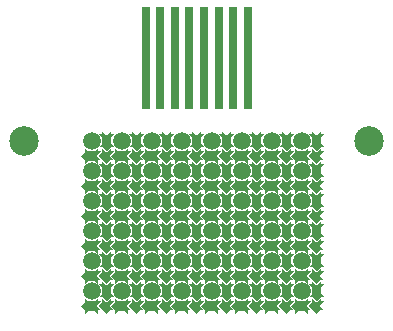
<source format=gts>
G04 DipTrace 5.1.0.1*
G04 TopMask.gts*
%MOIN*%
G04 #@! TF.FileFunction,Soldermask,Top*
G04 #@! TF.Part,Single*
%ADD16C,0.098425*%
%ADD19C,0.059055*%
%ADD21R,0.028346X0.338583*%
%FSLAX26Y26*%
G04*
G70*
G90*
G75*
G01*
G04 TopMask*
%LPD*%
D16*
X487402Y1041732D3*
X1637402D3*
D21*
X892126Y1317323D3*
X940945D3*
X989764D3*
X1038583D3*
X1087402D3*
X1136220D3*
X1185039D3*
X1233858D3*
G36*
X690748Y918138D2*
Y905343D1*
X677138Y891732D1*
X690748Y878122D1*
Y865327D1*
X701406Y875984D1*
X723398D1*
X734055Y865327D1*
Y876457D1*
X744831D1*
X729535Y891752D1*
X744735Y907402D1*
X734055D1*
Y918138D1*
X723398Y907480D1*
X701406D1*
X690748Y918138D1*
G37*
G36*
X734224Y891732D2*
X762402Y863555D1*
X774909Y876063D1*
X787744D1*
X772075Y891732D1*
X787705Y907362D1*
X778031D1*
Y917035D1*
X762402Y901406D1*
X746732Y917075D1*
Y904240D1*
X734224Y891732D1*
G37*
G36*
X735996Y920079D2*
X748791D1*
X762402Y906469D1*
X776012Y920079D1*
X788807D1*
X778150Y930736D1*
Y952728D1*
X788807Y963386D1*
X777677D1*
Y974161D1*
X762382Y958866D1*
X746732Y974066D1*
Y963386D1*
X735996D1*
X746654Y952728D1*
Y930736D1*
X735996Y920079D1*
G37*
G36*
X790748Y918138D2*
Y905343D1*
X777138Y891732D1*
X790748Y878122D1*
Y865327D1*
X801406Y875984D1*
X823398D1*
X834055Y865327D1*
Y876457D1*
X844831D1*
X829535Y891752D1*
X844735Y907402D1*
X834055D1*
Y918138D1*
X823398Y907480D1*
X801406D1*
X790748Y918138D1*
G37*
G36*
X834224Y891732D2*
X862402Y863555D1*
X874909Y876063D1*
X887744D1*
X872075Y891732D1*
X887705Y907362D1*
X878031D1*
Y917035D1*
X862402Y901406D1*
X846732Y917075D1*
Y904240D1*
X834224Y891732D1*
G37*
G36*
X835996Y920079D2*
X848791D1*
X862402Y906469D1*
X876012Y920079D1*
X888807D1*
X878150Y930736D1*
Y952728D1*
X888807Y963386D1*
X877677D1*
Y974161D1*
X862382Y958866D1*
X846732Y974066D1*
Y963386D1*
X835996D1*
X846654Y952728D1*
Y930736D1*
X835996Y920079D1*
G37*
G36*
X890748Y918138D2*
Y905343D1*
X877138Y891732D1*
X890748Y878122D1*
Y865327D1*
X901406Y875984D1*
X923398D1*
X934055Y865327D1*
Y876457D1*
X944831D1*
X929535Y891752D1*
X944735Y907402D1*
X934055D1*
Y918138D1*
X923398Y907480D1*
X901406D1*
X890748Y918138D1*
G37*
G36*
X934224Y891732D2*
X962402Y863555D1*
X974909Y876063D1*
X987744D1*
X972075Y891732D1*
X987705Y907362D1*
X978031D1*
Y917035D1*
X962402Y901406D1*
X946732Y917075D1*
Y904240D1*
X934224Y891732D1*
G37*
G36*
X935996Y920079D2*
X948791D1*
X962402Y906469D1*
X976012Y920079D1*
X988807D1*
X978150Y930736D1*
Y952728D1*
X988807Y963386D1*
X977677D1*
Y974161D1*
X962382Y958866D1*
X946732Y974066D1*
Y963386D1*
X935996D1*
X946654Y952728D1*
Y930736D1*
X935996Y920079D1*
G37*
G36*
X990748Y918138D2*
Y905343D1*
X977138Y891732D1*
X990748Y878122D1*
Y865327D1*
X1001406Y875984D1*
X1023398D1*
X1034055Y865327D1*
Y876457D1*
X1044831D1*
X1029535Y891752D1*
X1044735Y907402D1*
X1034055D1*
Y918138D1*
X1023398Y907480D1*
X1001406D1*
X990748Y918138D1*
G37*
G36*
X1034224Y891732D2*
X1062402Y863555D1*
X1074909Y876063D1*
X1087744D1*
X1072075Y891732D1*
X1087705Y907362D1*
X1078031D1*
Y917035D1*
X1062402Y901406D1*
X1046732Y917075D1*
Y904240D1*
X1034224Y891732D1*
G37*
G36*
X1035996Y920079D2*
X1048791D1*
X1062402Y906469D1*
X1076012Y920079D1*
X1088807D1*
X1078150Y930736D1*
Y952728D1*
X1088807Y963386D1*
X1077677D1*
Y974161D1*
X1062382Y958866D1*
X1046732Y974066D1*
Y963386D1*
X1035996D1*
X1046654Y952728D1*
Y930736D1*
X1035996Y920079D1*
G37*
G36*
X1090748Y918138D2*
Y905343D1*
X1077138Y891732D1*
X1090748Y878122D1*
Y865327D1*
X1101406Y875984D1*
X1123398D1*
X1134055Y865327D1*
Y876457D1*
X1144831D1*
X1129535Y891752D1*
X1144735Y907402D1*
X1134055D1*
Y918138D1*
X1123398Y907480D1*
X1101406D1*
X1090748Y918138D1*
G37*
G36*
X1134224Y891732D2*
X1162402Y863555D1*
X1174909Y876063D1*
X1187744D1*
X1172075Y891732D1*
X1187705Y907362D1*
X1178031D1*
Y917035D1*
X1162402Y901406D1*
X1146732Y917075D1*
Y904240D1*
X1134224Y891732D1*
G37*
G36*
X1135996Y920079D2*
X1148791D1*
X1162402Y906469D1*
X1176012Y920079D1*
X1188807D1*
X1178150Y930736D1*
Y952728D1*
X1188807Y963386D1*
X1177677D1*
Y974161D1*
X1162382Y958866D1*
X1146732Y974066D1*
Y963386D1*
X1135996D1*
X1146654Y952728D1*
Y930736D1*
X1135996Y920079D1*
G37*
G36*
X1190748Y918138D2*
Y905343D1*
X1177138Y891732D1*
X1190748Y878122D1*
Y865327D1*
X1201406Y875984D1*
X1223398D1*
X1234055Y865327D1*
Y876457D1*
X1244831D1*
X1229535Y891752D1*
X1244735Y907402D1*
X1234055D1*
Y918138D1*
X1223398Y907480D1*
X1201406D1*
X1190748Y918138D1*
G37*
G36*
X1234224Y891732D2*
X1262402Y863555D1*
X1274909Y876063D1*
X1287744D1*
X1272075Y891732D1*
X1287705Y907362D1*
X1278031D1*
Y917035D1*
X1262402Y901406D1*
X1246732Y917075D1*
Y904240D1*
X1234224Y891732D1*
G37*
G36*
X1235996Y920079D2*
X1248791D1*
X1262402Y906469D1*
X1276012Y920079D1*
X1288807D1*
X1278150Y930736D1*
Y952728D1*
X1288807Y963386D1*
X1277677D1*
Y974161D1*
X1262382Y958866D1*
X1246732Y974066D1*
Y963386D1*
X1235996D1*
X1246654Y952728D1*
Y930736D1*
X1235996Y920079D1*
G37*
G36*
X1290748Y918138D2*
Y905343D1*
X1277138Y891732D1*
X1290748Y878122D1*
Y865327D1*
X1301406Y875984D1*
X1323398D1*
X1334055Y865327D1*
Y876457D1*
X1344831D1*
X1329535Y891752D1*
X1344735Y907402D1*
X1334055D1*
Y918138D1*
X1323398Y907480D1*
X1301406D1*
X1290748Y918138D1*
G37*
G36*
X1334224Y891732D2*
X1362402Y863555D1*
X1374909Y876063D1*
X1387744D1*
X1372075Y891732D1*
X1387705Y907362D1*
X1378031D1*
Y917035D1*
X1362402Y901406D1*
X1346732Y917075D1*
Y904240D1*
X1334224Y891732D1*
G37*
G36*
X1335996Y920079D2*
X1348791D1*
X1362402Y906469D1*
X1376012Y920079D1*
X1388807D1*
X1378150Y930736D1*
Y952728D1*
X1388807Y963386D1*
X1377677D1*
Y974161D1*
X1362382Y958866D1*
X1346732Y974066D1*
Y963386D1*
X1335996D1*
X1346654Y952728D1*
Y930736D1*
X1335996Y920079D1*
G37*
G36*
X1390748Y918138D2*
Y905343D1*
X1377138Y891732D1*
X1390748Y878122D1*
Y865327D1*
X1401406Y875984D1*
X1423398D1*
X1434055Y865327D1*
Y876457D1*
X1444831D1*
X1429535Y891752D1*
X1444735Y907402D1*
X1434055D1*
Y918138D1*
X1423398Y907480D1*
X1401406D1*
X1390748Y918138D1*
G37*
G36*
X1434224Y891732D2*
X1462402Y863555D1*
X1474909Y876063D1*
X1487744D1*
X1472075Y891732D1*
X1487705Y907362D1*
X1478031D1*
Y917035D1*
X1462402Y901406D1*
X1446732Y917075D1*
Y904240D1*
X1434224Y891732D1*
G37*
G36*
X1435996Y920079D2*
X1448791D1*
X1462402Y906469D1*
X1476012Y920079D1*
X1488807D1*
X1478150Y930736D1*
Y952728D1*
X1488807Y963386D1*
X1477677D1*
Y974161D1*
X1462382Y958866D1*
X1446732Y974066D1*
Y963386D1*
X1435996D1*
X1446654Y952728D1*
Y930736D1*
X1435996Y920079D1*
G37*
D19*
X712402Y941732D3*
X812402D3*
X912402D3*
X1012402D3*
X1112402D3*
X1212402D3*
X1312402D3*
X1412402D3*
G36*
X690748Y818138D2*
Y805343D1*
X677138Y791732D1*
X690748Y778122D1*
Y765327D1*
X701406Y775984D1*
X723398D1*
X734055Y765327D1*
Y776457D1*
X744831D1*
X729535Y791752D1*
X744735Y807402D1*
X734055D1*
Y818138D1*
X723398Y807480D1*
X701406D1*
X690748Y818138D1*
G37*
G36*
X734224Y791732D2*
X762402Y763555D1*
X774909Y776063D1*
X787744D1*
X772075Y791732D1*
X787705Y807362D1*
X778031D1*
Y817035D1*
X762402Y801406D1*
X746732Y817075D1*
Y804240D1*
X734224Y791732D1*
G37*
G36*
X735996Y820079D2*
X748791D1*
X762402Y806469D1*
X776012Y820079D1*
X788807D1*
X778150Y830736D1*
Y852728D1*
X788807Y863386D1*
X777677D1*
Y874161D1*
X762382Y858866D1*
X746732Y874066D1*
Y863386D1*
X735996D1*
X746654Y852728D1*
Y830736D1*
X735996Y820079D1*
G37*
G36*
X790748Y818138D2*
Y805343D1*
X777138Y791732D1*
X790748Y778122D1*
Y765327D1*
X801406Y775984D1*
X823398D1*
X834055Y765327D1*
Y776457D1*
X844831D1*
X829535Y791752D1*
X844735Y807402D1*
X834055D1*
Y818138D1*
X823398Y807480D1*
X801406D1*
X790748Y818138D1*
G37*
G36*
X834224Y791732D2*
X862402Y763555D1*
X874909Y776063D1*
X887744D1*
X872075Y791732D1*
X887705Y807362D1*
X878031D1*
Y817035D1*
X862402Y801406D1*
X846732Y817075D1*
Y804240D1*
X834224Y791732D1*
G37*
G36*
X835996Y820079D2*
X848791D1*
X862402Y806469D1*
X876012Y820079D1*
X888807D1*
X878150Y830736D1*
Y852728D1*
X888807Y863386D1*
X877677D1*
Y874161D1*
X862382Y858866D1*
X846732Y874066D1*
Y863386D1*
X835996D1*
X846654Y852728D1*
Y830736D1*
X835996Y820079D1*
G37*
G36*
X890748Y818138D2*
Y805343D1*
X877138Y791732D1*
X890748Y778122D1*
Y765327D1*
X901406Y775984D1*
X923398D1*
X934055Y765327D1*
Y776457D1*
X944831D1*
X929535Y791752D1*
X944735Y807402D1*
X934055D1*
Y818138D1*
X923398Y807480D1*
X901406D1*
X890748Y818138D1*
G37*
G36*
X934224Y791732D2*
X962402Y763555D1*
X974909Y776063D1*
X987744D1*
X972075Y791732D1*
X987705Y807362D1*
X978031D1*
Y817035D1*
X962402Y801406D1*
X946732Y817075D1*
Y804240D1*
X934224Y791732D1*
G37*
G36*
X935996Y820079D2*
X948791D1*
X962402Y806469D1*
X976012Y820079D1*
X988807D1*
X978150Y830736D1*
Y852728D1*
X988807Y863386D1*
X977677D1*
Y874161D1*
X962382Y858866D1*
X946732Y874066D1*
Y863386D1*
X935996D1*
X946654Y852728D1*
Y830736D1*
X935996Y820079D1*
G37*
G36*
X990748Y818138D2*
Y805343D1*
X977138Y791732D1*
X990748Y778122D1*
Y765327D1*
X1001406Y775984D1*
X1023398D1*
X1034055Y765327D1*
Y776457D1*
X1044831D1*
X1029535Y791752D1*
X1044735Y807402D1*
X1034055D1*
Y818138D1*
X1023398Y807480D1*
X1001406D1*
X990748Y818138D1*
G37*
G36*
X1034224Y791732D2*
X1062402Y763555D1*
X1074909Y776063D1*
X1087744D1*
X1072075Y791732D1*
X1087705Y807362D1*
X1078031D1*
Y817035D1*
X1062402Y801406D1*
X1046732Y817075D1*
Y804240D1*
X1034224Y791732D1*
G37*
G36*
X1035996Y820079D2*
X1048791D1*
X1062402Y806469D1*
X1076012Y820079D1*
X1088807D1*
X1078150Y830736D1*
Y852728D1*
X1088807Y863386D1*
X1077677D1*
Y874161D1*
X1062382Y858866D1*
X1046732Y874066D1*
Y863386D1*
X1035996D1*
X1046654Y852728D1*
Y830736D1*
X1035996Y820079D1*
G37*
G36*
X1090748Y818138D2*
Y805343D1*
X1077138Y791732D1*
X1090748Y778122D1*
Y765327D1*
X1101406Y775984D1*
X1123398D1*
X1134055Y765327D1*
Y776457D1*
X1144831D1*
X1129535Y791752D1*
X1144735Y807402D1*
X1134055D1*
Y818138D1*
X1123398Y807480D1*
X1101406D1*
X1090748Y818138D1*
G37*
G36*
X1134224Y791732D2*
X1162402Y763555D1*
X1174909Y776063D1*
X1187744D1*
X1172075Y791732D1*
X1187705Y807362D1*
X1178031D1*
Y817035D1*
X1162402Y801406D1*
X1146732Y817075D1*
Y804240D1*
X1134224Y791732D1*
G37*
G36*
X1135996Y820079D2*
X1148791D1*
X1162402Y806469D1*
X1176012Y820079D1*
X1188807D1*
X1178150Y830736D1*
Y852728D1*
X1188807Y863386D1*
X1177677D1*
Y874161D1*
X1162382Y858866D1*
X1146732Y874066D1*
Y863386D1*
X1135996D1*
X1146654Y852728D1*
Y830736D1*
X1135996Y820079D1*
G37*
G36*
X1190748Y818138D2*
Y805343D1*
X1177138Y791732D1*
X1190748Y778122D1*
Y765327D1*
X1201406Y775984D1*
X1223398D1*
X1234055Y765327D1*
Y776457D1*
X1244831D1*
X1229535Y791752D1*
X1244735Y807402D1*
X1234055D1*
Y818138D1*
X1223398Y807480D1*
X1201406D1*
X1190748Y818138D1*
G37*
G36*
X1234224Y791732D2*
X1262402Y763555D1*
X1274909Y776063D1*
X1287744D1*
X1272075Y791732D1*
X1287705Y807362D1*
X1278031D1*
Y817035D1*
X1262402Y801406D1*
X1246732Y817075D1*
Y804240D1*
X1234224Y791732D1*
G37*
G36*
X1235996Y820079D2*
X1248791D1*
X1262402Y806469D1*
X1276012Y820079D1*
X1288807D1*
X1278150Y830736D1*
Y852728D1*
X1288807Y863386D1*
X1277677D1*
Y874161D1*
X1262382Y858866D1*
X1246732Y874066D1*
Y863386D1*
X1235996D1*
X1246654Y852728D1*
Y830736D1*
X1235996Y820079D1*
G37*
G36*
X1290748Y818138D2*
Y805343D1*
X1277138Y791732D1*
X1290748Y778122D1*
Y765327D1*
X1301406Y775984D1*
X1323398D1*
X1334055Y765327D1*
Y776457D1*
X1344831D1*
X1329535Y791752D1*
X1344735Y807402D1*
X1334055D1*
Y818138D1*
X1323398Y807480D1*
X1301406D1*
X1290748Y818138D1*
G37*
G36*
X1334224Y791732D2*
X1362402Y763555D1*
X1374909Y776063D1*
X1387744D1*
X1372075Y791732D1*
X1387705Y807362D1*
X1378031D1*
Y817035D1*
X1362402Y801406D1*
X1346732Y817075D1*
Y804240D1*
X1334224Y791732D1*
G37*
G36*
X1335996Y820079D2*
X1348791D1*
X1362402Y806469D1*
X1376012Y820079D1*
X1388807D1*
X1378150Y830736D1*
Y852728D1*
X1388807Y863386D1*
X1377677D1*
Y874161D1*
X1362382Y858866D1*
X1346732Y874066D1*
Y863386D1*
X1335996D1*
X1346654Y852728D1*
Y830736D1*
X1335996Y820079D1*
G37*
G36*
X1390748Y818138D2*
Y805343D1*
X1377138Y791732D1*
X1390748Y778122D1*
Y765327D1*
X1401406Y775984D1*
X1423398D1*
X1434055Y765327D1*
Y776457D1*
X1444831D1*
X1429535Y791752D1*
X1444735Y807402D1*
X1434055D1*
Y818138D1*
X1423398Y807480D1*
X1401406D1*
X1390748Y818138D1*
G37*
G36*
X1434224Y791732D2*
X1462402Y763555D1*
X1474909Y776063D1*
X1487744D1*
X1472075Y791732D1*
X1487705Y807362D1*
X1478031D1*
Y817035D1*
X1462402Y801406D1*
X1446732Y817075D1*
Y804240D1*
X1434224Y791732D1*
G37*
G36*
X1435996Y820079D2*
X1448791D1*
X1462402Y806469D1*
X1476012Y820079D1*
X1488807D1*
X1478150Y830736D1*
Y852728D1*
X1488807Y863386D1*
X1477677D1*
Y874161D1*
X1462382Y858866D1*
X1446732Y874066D1*
Y863386D1*
X1435996D1*
X1446654Y852728D1*
Y830736D1*
X1435996Y820079D1*
G37*
D19*
X712402Y841732D3*
X812402D3*
X912402D3*
X1012402D3*
X1112402D3*
X1212402D3*
X1312402D3*
X1412402D3*
G36*
X690748Y718138D2*
Y705343D1*
X677138Y691732D1*
X690748Y678122D1*
Y665327D1*
X701406Y675984D1*
X723398D1*
X734055Y665327D1*
Y676457D1*
X744831D1*
X729535Y691752D1*
X744735Y707402D1*
X734055D1*
Y718138D1*
X723398Y707480D1*
X701406D1*
X690748Y718138D1*
G37*
G36*
X734224Y691732D2*
X762402Y663555D1*
X774909Y676063D1*
X787744D1*
X772075Y691732D1*
X787705Y707362D1*
X778031D1*
Y717035D1*
X762402Y701406D1*
X746732Y717075D1*
Y704240D1*
X734224Y691732D1*
G37*
G36*
X735996Y720079D2*
X748791D1*
X762402Y706469D1*
X776012Y720079D1*
X788807D1*
X778150Y730736D1*
Y752728D1*
X788807Y763386D1*
X777677D1*
Y774161D1*
X762382Y758866D1*
X746732Y774066D1*
Y763386D1*
X735996D1*
X746654Y752728D1*
Y730736D1*
X735996Y720079D1*
G37*
G36*
X790748Y718138D2*
Y705343D1*
X777138Y691732D1*
X790748Y678122D1*
Y665327D1*
X801406Y675984D1*
X823398D1*
X834055Y665327D1*
Y676457D1*
X844831D1*
X829535Y691752D1*
X844735Y707402D1*
X834055D1*
Y718138D1*
X823398Y707480D1*
X801406D1*
X790748Y718138D1*
G37*
G36*
X834224Y691732D2*
X862402Y663555D1*
X874909Y676063D1*
X887744D1*
X872075Y691732D1*
X887705Y707362D1*
X878031D1*
Y717035D1*
X862402Y701406D1*
X846732Y717075D1*
Y704240D1*
X834224Y691732D1*
G37*
G36*
X835996Y720079D2*
X848791D1*
X862402Y706469D1*
X876012Y720079D1*
X888807D1*
X878150Y730736D1*
Y752728D1*
X888807Y763386D1*
X877677D1*
Y774161D1*
X862382Y758866D1*
X846732Y774066D1*
Y763386D1*
X835996D1*
X846654Y752728D1*
Y730736D1*
X835996Y720079D1*
G37*
G36*
X890748Y718138D2*
Y705343D1*
X877138Y691732D1*
X890748Y678122D1*
Y665327D1*
X901406Y675984D1*
X923398D1*
X934055Y665327D1*
Y676457D1*
X944831D1*
X929535Y691752D1*
X944735Y707402D1*
X934055D1*
Y718138D1*
X923398Y707480D1*
X901406D1*
X890748Y718138D1*
G37*
G36*
X934224Y691732D2*
X962402Y663555D1*
X974909Y676063D1*
X987744D1*
X972075Y691732D1*
X987705Y707362D1*
X978031D1*
Y717035D1*
X962402Y701406D1*
X946732Y717075D1*
Y704240D1*
X934224Y691732D1*
G37*
G36*
X935996Y720079D2*
X948791D1*
X962402Y706469D1*
X976012Y720079D1*
X988807D1*
X978150Y730736D1*
Y752728D1*
X988807Y763386D1*
X977677D1*
Y774161D1*
X962382Y758866D1*
X946732Y774066D1*
Y763386D1*
X935996D1*
X946654Y752728D1*
Y730736D1*
X935996Y720079D1*
G37*
G36*
X990748Y718138D2*
Y705343D1*
X977138Y691732D1*
X990748Y678122D1*
Y665327D1*
X1001406Y675984D1*
X1023398D1*
X1034055Y665327D1*
Y676457D1*
X1044831D1*
X1029535Y691752D1*
X1044735Y707402D1*
X1034055D1*
Y718138D1*
X1023398Y707480D1*
X1001406D1*
X990748Y718138D1*
G37*
G36*
X1034224Y691732D2*
X1062402Y663555D1*
X1074909Y676063D1*
X1087744D1*
X1072075Y691732D1*
X1087705Y707362D1*
X1078031D1*
Y717035D1*
X1062402Y701406D1*
X1046732Y717075D1*
Y704240D1*
X1034224Y691732D1*
G37*
G36*
X1035996Y720079D2*
X1048791D1*
X1062402Y706469D1*
X1076012Y720079D1*
X1088807D1*
X1078150Y730736D1*
Y752728D1*
X1088807Y763386D1*
X1077677D1*
Y774161D1*
X1062382Y758866D1*
X1046732Y774066D1*
Y763386D1*
X1035996D1*
X1046654Y752728D1*
Y730736D1*
X1035996Y720079D1*
G37*
G36*
X1090748Y718138D2*
Y705343D1*
X1077138Y691732D1*
X1090748Y678122D1*
Y665327D1*
X1101406Y675984D1*
X1123398D1*
X1134055Y665327D1*
Y676457D1*
X1144831D1*
X1129535Y691752D1*
X1144735Y707402D1*
X1134055D1*
Y718138D1*
X1123398Y707480D1*
X1101406D1*
X1090748Y718138D1*
G37*
G36*
X1134224Y691732D2*
X1162402Y663555D1*
X1174909Y676063D1*
X1187744D1*
X1172075Y691732D1*
X1187705Y707362D1*
X1178031D1*
Y717035D1*
X1162402Y701406D1*
X1146732Y717075D1*
Y704240D1*
X1134224Y691732D1*
G37*
G36*
X1135996Y720079D2*
X1148791D1*
X1162402Y706469D1*
X1176012Y720079D1*
X1188807D1*
X1178150Y730736D1*
Y752728D1*
X1188807Y763386D1*
X1177677D1*
Y774161D1*
X1162382Y758866D1*
X1146732Y774066D1*
Y763386D1*
X1135996D1*
X1146654Y752728D1*
Y730736D1*
X1135996Y720079D1*
G37*
G36*
X1190748Y718138D2*
Y705343D1*
X1177138Y691732D1*
X1190748Y678122D1*
Y665327D1*
X1201406Y675984D1*
X1223398D1*
X1234055Y665327D1*
Y676457D1*
X1244831D1*
X1229535Y691752D1*
X1244735Y707402D1*
X1234055D1*
Y718138D1*
X1223398Y707480D1*
X1201406D1*
X1190748Y718138D1*
G37*
G36*
X1234224Y691732D2*
X1262402Y663555D1*
X1274909Y676063D1*
X1287744D1*
X1272075Y691732D1*
X1287705Y707362D1*
X1278031D1*
Y717035D1*
X1262402Y701406D1*
X1246732Y717075D1*
Y704240D1*
X1234224Y691732D1*
G37*
G36*
X1235996Y720079D2*
X1248791D1*
X1262402Y706469D1*
X1276012Y720079D1*
X1288807D1*
X1278150Y730736D1*
Y752728D1*
X1288807Y763386D1*
X1277677D1*
Y774161D1*
X1262382Y758866D1*
X1246732Y774066D1*
Y763386D1*
X1235996D1*
X1246654Y752728D1*
Y730736D1*
X1235996Y720079D1*
G37*
G36*
X1290748Y718138D2*
Y705343D1*
X1277138Y691732D1*
X1290748Y678122D1*
Y665327D1*
X1301406Y675984D1*
X1323398D1*
X1334055Y665327D1*
Y676457D1*
X1344831D1*
X1329535Y691752D1*
X1344735Y707402D1*
X1334055D1*
Y718138D1*
X1323398Y707480D1*
X1301406D1*
X1290748Y718138D1*
G37*
G36*
X1334224Y691732D2*
X1362402Y663555D1*
X1374909Y676063D1*
X1387744D1*
X1372075Y691732D1*
X1387705Y707362D1*
X1378031D1*
Y717035D1*
X1362402Y701406D1*
X1346732Y717075D1*
Y704240D1*
X1334224Y691732D1*
G37*
G36*
X1335996Y720079D2*
X1348791D1*
X1362402Y706469D1*
X1376012Y720079D1*
X1388807D1*
X1378150Y730736D1*
Y752728D1*
X1388807Y763386D1*
X1377677D1*
Y774161D1*
X1362382Y758866D1*
X1346732Y774066D1*
Y763386D1*
X1335996D1*
X1346654Y752728D1*
Y730736D1*
X1335996Y720079D1*
G37*
G36*
X1390748Y718138D2*
Y705343D1*
X1377138Y691732D1*
X1390748Y678122D1*
Y665327D1*
X1401406Y675984D1*
X1423398D1*
X1434055Y665327D1*
Y676457D1*
X1444831D1*
X1429535Y691752D1*
X1444735Y707402D1*
X1434055D1*
Y718138D1*
X1423398Y707480D1*
X1401406D1*
X1390748Y718138D1*
G37*
G36*
X1434224Y691732D2*
X1462402Y663555D1*
X1474909Y676063D1*
X1487744D1*
X1472075Y691732D1*
X1487705Y707362D1*
X1478031D1*
Y717035D1*
X1462402Y701406D1*
X1446732Y717075D1*
Y704240D1*
X1434224Y691732D1*
G37*
G36*
X1435996Y720079D2*
X1448791D1*
X1462402Y706469D1*
X1476012Y720079D1*
X1488807D1*
X1478150Y730736D1*
Y752728D1*
X1488807Y763386D1*
X1477677D1*
Y774161D1*
X1462382Y758866D1*
X1446732Y774066D1*
Y763386D1*
X1435996D1*
X1446654Y752728D1*
Y730736D1*
X1435996Y720079D1*
G37*
D19*
X712402Y741732D3*
X812402D3*
X912402D3*
X1012402D3*
X1112402D3*
X1212402D3*
X1312402D3*
X1412402D3*
G36*
X690748Y618138D2*
Y605343D1*
X677138Y591732D1*
X690748Y578122D1*
Y565327D1*
X701406Y575984D1*
X723398D1*
X734055Y565327D1*
Y576457D1*
X744831D1*
X729535Y591752D1*
X744735Y607402D1*
X734055D1*
Y618138D1*
X723398Y607480D1*
X701406D1*
X690748Y618138D1*
G37*
G36*
X734224Y591732D2*
X762402Y563555D1*
X774909Y576063D1*
X787744D1*
X772075Y591732D1*
X787705Y607362D1*
X778031D1*
Y617035D1*
X762402Y601406D1*
X746732Y617075D1*
Y604240D1*
X734224Y591732D1*
G37*
G36*
X735996Y620079D2*
X748791D1*
X762402Y606469D1*
X776012Y620079D1*
X788807D1*
X778150Y630736D1*
Y652728D1*
X788807Y663386D1*
X777677D1*
Y674161D1*
X762382Y658866D1*
X746732Y674066D1*
Y663386D1*
X735996D1*
X746654Y652728D1*
Y630736D1*
X735996Y620079D1*
G37*
G36*
X790748Y618138D2*
Y605343D1*
X777138Y591732D1*
X790748Y578122D1*
Y565327D1*
X801406Y575984D1*
X823398D1*
X834055Y565327D1*
Y576457D1*
X844831D1*
X829535Y591752D1*
X844735Y607402D1*
X834055D1*
Y618138D1*
X823398Y607480D1*
X801406D1*
X790748Y618138D1*
G37*
G36*
X834224Y591732D2*
X862402Y563555D1*
X874909Y576063D1*
X887744D1*
X872075Y591732D1*
X887705Y607362D1*
X878031D1*
Y617035D1*
X862402Y601406D1*
X846732Y617075D1*
Y604240D1*
X834224Y591732D1*
G37*
G36*
X835996Y620079D2*
X848791D1*
X862402Y606469D1*
X876012Y620079D1*
X888807D1*
X878150Y630736D1*
Y652728D1*
X888807Y663386D1*
X877677D1*
Y674161D1*
X862382Y658866D1*
X846732Y674066D1*
Y663386D1*
X835996D1*
X846654Y652728D1*
Y630736D1*
X835996Y620079D1*
G37*
G36*
X890748Y618138D2*
Y605343D1*
X877138Y591732D1*
X890748Y578122D1*
Y565327D1*
X901406Y575984D1*
X923398D1*
X934055Y565327D1*
Y576457D1*
X944831D1*
X929535Y591752D1*
X944735Y607402D1*
X934055D1*
Y618138D1*
X923398Y607480D1*
X901406D1*
X890748Y618138D1*
G37*
G36*
X934224Y591732D2*
X962402Y563555D1*
X974909Y576063D1*
X987744D1*
X972075Y591732D1*
X987705Y607362D1*
X978031D1*
Y617035D1*
X962402Y601406D1*
X946732Y617075D1*
Y604240D1*
X934224Y591732D1*
G37*
G36*
X935996Y620079D2*
X948791D1*
X962402Y606469D1*
X976012Y620079D1*
X988807D1*
X978150Y630736D1*
Y652728D1*
X988807Y663386D1*
X977677D1*
Y674161D1*
X962382Y658866D1*
X946732Y674066D1*
Y663386D1*
X935996D1*
X946654Y652728D1*
Y630736D1*
X935996Y620079D1*
G37*
G36*
X990748Y618138D2*
Y605343D1*
X977138Y591732D1*
X990748Y578122D1*
Y565327D1*
X1001406Y575984D1*
X1023398D1*
X1034055Y565327D1*
Y576457D1*
X1044831D1*
X1029535Y591752D1*
X1044735Y607402D1*
X1034055D1*
Y618138D1*
X1023398Y607480D1*
X1001406D1*
X990748Y618138D1*
G37*
G36*
X1034224Y591732D2*
X1062402Y563555D1*
X1074909Y576063D1*
X1087744D1*
X1072075Y591732D1*
X1087705Y607362D1*
X1078031D1*
Y617035D1*
X1062402Y601406D1*
X1046732Y617075D1*
Y604240D1*
X1034224Y591732D1*
G37*
G36*
X1035996Y620079D2*
X1048791D1*
X1062402Y606469D1*
X1076012Y620079D1*
X1088807D1*
X1078150Y630736D1*
Y652728D1*
X1088807Y663386D1*
X1077677D1*
Y674161D1*
X1062382Y658866D1*
X1046732Y674066D1*
Y663386D1*
X1035996D1*
X1046654Y652728D1*
Y630736D1*
X1035996Y620079D1*
G37*
G36*
X1090748Y618138D2*
Y605343D1*
X1077138Y591732D1*
X1090748Y578122D1*
Y565327D1*
X1101406Y575984D1*
X1123398D1*
X1134055Y565327D1*
Y576457D1*
X1144831D1*
X1129535Y591752D1*
X1144735Y607402D1*
X1134055D1*
Y618138D1*
X1123398Y607480D1*
X1101406D1*
X1090748Y618138D1*
G37*
G36*
X1134224Y591732D2*
X1162402Y563555D1*
X1174909Y576063D1*
X1187744D1*
X1172075Y591732D1*
X1187705Y607362D1*
X1178031D1*
Y617035D1*
X1162402Y601406D1*
X1146732Y617075D1*
Y604240D1*
X1134224Y591732D1*
G37*
G36*
X1135996Y620079D2*
X1148791D1*
X1162402Y606469D1*
X1176012Y620079D1*
X1188807D1*
X1178150Y630736D1*
Y652728D1*
X1188807Y663386D1*
X1177677D1*
Y674161D1*
X1162382Y658866D1*
X1146732Y674066D1*
Y663386D1*
X1135996D1*
X1146654Y652728D1*
Y630736D1*
X1135996Y620079D1*
G37*
G36*
X1190748Y618138D2*
Y605343D1*
X1177138Y591732D1*
X1190748Y578122D1*
Y565327D1*
X1201406Y575984D1*
X1223398D1*
X1234055Y565327D1*
Y576457D1*
X1244831D1*
X1229535Y591752D1*
X1244735Y607402D1*
X1234055D1*
Y618138D1*
X1223398Y607480D1*
X1201406D1*
X1190748Y618138D1*
G37*
G36*
X1234224Y591732D2*
X1262402Y563555D1*
X1274909Y576063D1*
X1287744D1*
X1272075Y591732D1*
X1287705Y607362D1*
X1278031D1*
Y617035D1*
X1262402Y601406D1*
X1246732Y617075D1*
Y604240D1*
X1234224Y591732D1*
G37*
G36*
X1235996Y620079D2*
X1248791D1*
X1262402Y606469D1*
X1276012Y620079D1*
X1288807D1*
X1278150Y630736D1*
Y652728D1*
X1288807Y663386D1*
X1277677D1*
Y674161D1*
X1262382Y658866D1*
X1246732Y674066D1*
Y663386D1*
X1235996D1*
X1246654Y652728D1*
Y630736D1*
X1235996Y620079D1*
G37*
G36*
X1290748Y618138D2*
Y605343D1*
X1277138Y591732D1*
X1290748Y578122D1*
Y565327D1*
X1301406Y575984D1*
X1323398D1*
X1334055Y565327D1*
Y576457D1*
X1344831D1*
X1329535Y591752D1*
X1344735Y607402D1*
X1334055D1*
Y618138D1*
X1323398Y607480D1*
X1301406D1*
X1290748Y618138D1*
G37*
G36*
X1334224Y591732D2*
X1362402Y563555D1*
X1374909Y576063D1*
X1387744D1*
X1372075Y591732D1*
X1387705Y607362D1*
X1378031D1*
Y617035D1*
X1362402Y601406D1*
X1346732Y617075D1*
Y604240D1*
X1334224Y591732D1*
G37*
G36*
X1335996Y620079D2*
X1348791D1*
X1362402Y606469D1*
X1376012Y620079D1*
X1388807D1*
X1378150Y630736D1*
Y652728D1*
X1388807Y663386D1*
X1377677D1*
Y674161D1*
X1362382Y658866D1*
X1346732Y674066D1*
Y663386D1*
X1335996D1*
X1346654Y652728D1*
Y630736D1*
X1335996Y620079D1*
G37*
G36*
X1390748Y618138D2*
Y605343D1*
X1377138Y591732D1*
X1390748Y578122D1*
Y565327D1*
X1401406Y575984D1*
X1423398D1*
X1434055Y565327D1*
Y576457D1*
X1444831D1*
X1429535Y591752D1*
X1444735Y607402D1*
X1434055D1*
Y618138D1*
X1423398Y607480D1*
X1401406D1*
X1390748Y618138D1*
G37*
G36*
X1434224Y591732D2*
X1462402Y563555D1*
X1474909Y576063D1*
X1487744D1*
X1472075Y591732D1*
X1487705Y607362D1*
X1478031D1*
Y617035D1*
X1462402Y601406D1*
X1446732Y617075D1*
Y604240D1*
X1434224Y591732D1*
G37*
G36*
X1435996Y620079D2*
X1448791D1*
X1462402Y606469D1*
X1476012Y620079D1*
X1488807D1*
X1478150Y630736D1*
Y652728D1*
X1488807Y663386D1*
X1477677D1*
Y674161D1*
X1462382Y658866D1*
X1446732Y674066D1*
Y663386D1*
X1435996D1*
X1446654Y652728D1*
Y630736D1*
X1435996Y620079D1*
G37*
D19*
X712402Y641732D3*
X812402D3*
X912402D3*
X1012402D3*
X1112402D3*
X1212402D3*
X1312402D3*
X1412402D3*
G36*
X690748Y518138D2*
Y505343D1*
X677138Y491732D1*
X690748Y478122D1*
Y465327D1*
X701406Y475984D1*
X723398D1*
X734055Y465327D1*
Y476457D1*
X744831D1*
X729535Y491752D1*
X744735Y507402D1*
X734055D1*
Y518138D1*
X723398Y507480D1*
X701406D1*
X690748Y518138D1*
G37*
G36*
X734224Y491732D2*
X762402Y463555D1*
X774909Y476063D1*
X787744D1*
X772075Y491732D1*
X787705Y507362D1*
X778031D1*
Y517035D1*
X762402Y501406D1*
X746732Y517075D1*
Y504240D1*
X734224Y491732D1*
G37*
G36*
X735996Y520079D2*
X748791D1*
X762402Y506469D1*
X776012Y520079D1*
X788807D1*
X778150Y530736D1*
Y552728D1*
X788807Y563386D1*
X777677D1*
Y574161D1*
X762382Y558866D1*
X746732Y574066D1*
Y563386D1*
X735996D1*
X746654Y552728D1*
Y530736D1*
X735996Y520079D1*
G37*
G36*
X790748Y518138D2*
Y505343D1*
X777138Y491732D1*
X790748Y478122D1*
Y465327D1*
X801406Y475984D1*
X823398D1*
X834055Y465327D1*
Y476457D1*
X844831D1*
X829535Y491752D1*
X844735Y507402D1*
X834055D1*
Y518138D1*
X823398Y507480D1*
X801406D1*
X790748Y518138D1*
G37*
G36*
X834224Y491732D2*
X862402Y463555D1*
X874909Y476063D1*
X887744D1*
X872075Y491732D1*
X887705Y507362D1*
X878031D1*
Y517035D1*
X862402Y501406D1*
X846732Y517075D1*
Y504240D1*
X834224Y491732D1*
G37*
G36*
X835996Y520079D2*
X848791D1*
X862402Y506469D1*
X876012Y520079D1*
X888807D1*
X878150Y530736D1*
Y552728D1*
X888807Y563386D1*
X877677D1*
Y574161D1*
X862382Y558866D1*
X846732Y574066D1*
Y563386D1*
X835996D1*
X846654Y552728D1*
Y530736D1*
X835996Y520079D1*
G37*
G36*
X890748Y518138D2*
Y505343D1*
X877138Y491732D1*
X890748Y478122D1*
Y465327D1*
X901406Y475984D1*
X923398D1*
X934055Y465327D1*
Y476457D1*
X944831D1*
X929535Y491752D1*
X944735Y507402D1*
X934055D1*
Y518138D1*
X923398Y507480D1*
X901406D1*
X890748Y518138D1*
G37*
G36*
X934224Y491732D2*
X962402Y463555D1*
X974909Y476063D1*
X987744D1*
X972075Y491732D1*
X987705Y507362D1*
X978031D1*
Y517035D1*
X962402Y501406D1*
X946732Y517075D1*
Y504240D1*
X934224Y491732D1*
G37*
G36*
X935996Y520079D2*
X948791D1*
X962402Y506469D1*
X976012Y520079D1*
X988807D1*
X978150Y530736D1*
Y552728D1*
X988807Y563386D1*
X977677D1*
Y574161D1*
X962382Y558866D1*
X946732Y574066D1*
Y563386D1*
X935996D1*
X946654Y552728D1*
Y530736D1*
X935996Y520079D1*
G37*
G36*
X990748Y518138D2*
Y505343D1*
X977138Y491732D1*
X990748Y478122D1*
Y465327D1*
X1001406Y475984D1*
X1023398D1*
X1034055Y465327D1*
Y476457D1*
X1044831D1*
X1029535Y491752D1*
X1044735Y507402D1*
X1034055D1*
Y518138D1*
X1023398Y507480D1*
X1001406D1*
X990748Y518138D1*
G37*
G36*
X1034224Y491732D2*
X1062402Y463555D1*
X1074909Y476063D1*
X1087744D1*
X1072075Y491732D1*
X1087705Y507362D1*
X1078031D1*
Y517035D1*
X1062402Y501406D1*
X1046732Y517075D1*
Y504240D1*
X1034224Y491732D1*
G37*
G36*
X1035996Y520079D2*
X1048791D1*
X1062402Y506469D1*
X1076012Y520079D1*
X1088807D1*
X1078150Y530736D1*
Y552728D1*
X1088807Y563386D1*
X1077677D1*
Y574161D1*
X1062382Y558866D1*
X1046732Y574066D1*
Y563386D1*
X1035996D1*
X1046654Y552728D1*
Y530736D1*
X1035996Y520079D1*
G37*
G36*
X1090748Y518138D2*
Y505343D1*
X1077138Y491732D1*
X1090748Y478122D1*
Y465327D1*
X1101406Y475984D1*
X1123398D1*
X1134055Y465327D1*
Y476457D1*
X1144831D1*
X1129535Y491752D1*
X1144735Y507402D1*
X1134055D1*
Y518138D1*
X1123398Y507480D1*
X1101406D1*
X1090748Y518138D1*
G37*
G36*
X1134224Y491732D2*
X1162402Y463555D1*
X1174909Y476063D1*
X1187744D1*
X1172075Y491732D1*
X1187705Y507362D1*
X1178031D1*
Y517035D1*
X1162402Y501406D1*
X1146732Y517075D1*
Y504240D1*
X1134224Y491732D1*
G37*
G36*
X1135996Y520079D2*
X1148791D1*
X1162402Y506469D1*
X1176012Y520079D1*
X1188807D1*
X1178150Y530736D1*
Y552728D1*
X1188807Y563386D1*
X1177677D1*
Y574161D1*
X1162382Y558866D1*
X1146732Y574066D1*
Y563386D1*
X1135996D1*
X1146654Y552728D1*
Y530736D1*
X1135996Y520079D1*
G37*
G36*
X1190748Y518138D2*
Y505343D1*
X1177138Y491732D1*
X1190748Y478122D1*
Y465327D1*
X1201406Y475984D1*
X1223398D1*
X1234055Y465327D1*
Y476457D1*
X1244831D1*
X1229535Y491752D1*
X1244735Y507402D1*
X1234055D1*
Y518138D1*
X1223398Y507480D1*
X1201406D1*
X1190748Y518138D1*
G37*
G36*
X1234224Y491732D2*
X1262402Y463555D1*
X1274909Y476063D1*
X1287744D1*
X1272075Y491732D1*
X1287705Y507362D1*
X1278031D1*
Y517035D1*
X1262402Y501406D1*
X1246732Y517075D1*
Y504240D1*
X1234224Y491732D1*
G37*
G36*
X1235996Y520079D2*
X1248791D1*
X1262402Y506469D1*
X1276012Y520079D1*
X1288807D1*
X1278150Y530736D1*
Y552728D1*
X1288807Y563386D1*
X1277677D1*
Y574161D1*
X1262382Y558866D1*
X1246732Y574066D1*
Y563386D1*
X1235996D1*
X1246654Y552728D1*
Y530736D1*
X1235996Y520079D1*
G37*
G36*
X1290748Y518138D2*
Y505343D1*
X1277138Y491732D1*
X1290748Y478122D1*
Y465327D1*
X1301406Y475984D1*
X1323398D1*
X1334055Y465327D1*
Y476457D1*
X1344831D1*
X1329535Y491752D1*
X1344735Y507402D1*
X1334055D1*
Y518138D1*
X1323398Y507480D1*
X1301406D1*
X1290748Y518138D1*
G37*
G36*
X1334224Y491732D2*
X1362402Y463555D1*
X1374909Y476063D1*
X1387744D1*
X1372075Y491732D1*
X1387705Y507362D1*
X1378031D1*
Y517035D1*
X1362402Y501406D1*
X1346732Y517075D1*
Y504240D1*
X1334224Y491732D1*
G37*
G36*
X1335996Y520079D2*
X1348791D1*
X1362402Y506469D1*
X1376012Y520079D1*
X1388807D1*
X1378150Y530736D1*
Y552728D1*
X1388807Y563386D1*
X1377677D1*
Y574161D1*
X1362382Y558866D1*
X1346732Y574066D1*
Y563386D1*
X1335996D1*
X1346654Y552728D1*
Y530736D1*
X1335996Y520079D1*
G37*
G36*
X1390748Y518138D2*
Y505343D1*
X1377138Y491732D1*
X1390748Y478122D1*
Y465327D1*
X1401406Y475984D1*
X1423398D1*
X1434055Y465327D1*
Y476457D1*
X1444831D1*
X1429535Y491752D1*
X1444735Y507402D1*
X1434055D1*
Y518138D1*
X1423398Y507480D1*
X1401406D1*
X1390748Y518138D1*
G37*
G36*
X1434224Y491732D2*
X1462402Y463555D1*
X1474909Y476063D1*
X1487744D1*
X1472075Y491732D1*
X1487705Y507362D1*
X1478031D1*
Y517035D1*
X1462402Y501406D1*
X1446732Y517075D1*
Y504240D1*
X1434224Y491732D1*
G37*
G36*
X1435996Y520079D2*
X1448791D1*
X1462402Y506469D1*
X1476012Y520079D1*
X1488807D1*
X1478150Y530736D1*
Y552728D1*
X1488807Y563386D1*
X1477677D1*
Y574161D1*
X1462382Y558866D1*
X1446732Y574066D1*
Y563386D1*
X1435996D1*
X1446654Y552728D1*
Y530736D1*
X1435996Y520079D1*
G37*
D19*
X712402Y541732D3*
X812402D3*
X912402D3*
X1012402D3*
X1112402D3*
X1212402D3*
X1312402D3*
X1412402D3*
G36*
X690748Y1018138D2*
Y1005343D1*
X677138Y991732D1*
X690748Y978122D1*
Y965327D1*
X701406Y975984D1*
X723398D1*
X734055Y965327D1*
Y976457D1*
X744831D1*
X729535Y991752D1*
X744735Y1007402D1*
X734055D1*
Y1018138D1*
X723398Y1007480D1*
X701406D1*
X690748Y1018138D1*
G37*
G36*
X734224Y991732D2*
X762402Y963555D1*
X774909Y976063D1*
X787744D1*
X772075Y991732D1*
X787705Y1007362D1*
X778031D1*
Y1017035D1*
X762402Y1001406D1*
X746732Y1017075D1*
Y1004240D1*
X734224Y991732D1*
G37*
G36*
X735996Y1020079D2*
X748791D1*
X762402Y1006469D1*
X776012Y1020079D1*
X788807D1*
X778150Y1030736D1*
Y1052728D1*
X788807Y1063386D1*
X777677D1*
Y1074161D1*
X762382Y1058866D1*
X746732Y1074066D1*
Y1063386D1*
X735996D1*
X746654Y1052728D1*
Y1030736D1*
X735996Y1020079D1*
G37*
G36*
X790748Y1018138D2*
Y1005343D1*
X777138Y991732D1*
X790748Y978122D1*
Y965327D1*
X801406Y975984D1*
X823398D1*
X834055Y965327D1*
Y976457D1*
X844831D1*
X829535Y991752D1*
X844735Y1007402D1*
X834055D1*
Y1018138D1*
X823398Y1007480D1*
X801406D1*
X790748Y1018138D1*
G37*
G36*
X834224Y991732D2*
X862402Y963555D1*
X874909Y976063D1*
X887744D1*
X872075Y991732D1*
X887705Y1007362D1*
X878031D1*
Y1017035D1*
X862402Y1001406D1*
X846732Y1017075D1*
Y1004240D1*
X834224Y991732D1*
G37*
G36*
X835996Y1020079D2*
X848791D1*
X862402Y1006469D1*
X876012Y1020079D1*
X888807D1*
X878150Y1030736D1*
Y1052728D1*
X888807Y1063386D1*
X877677D1*
Y1074161D1*
X862382Y1058866D1*
X846732Y1074066D1*
Y1063386D1*
X835996D1*
X846654Y1052728D1*
Y1030736D1*
X835996Y1020079D1*
G37*
G36*
X890748Y1018138D2*
Y1005343D1*
X877138Y991732D1*
X890748Y978122D1*
Y965327D1*
X901406Y975984D1*
X923398D1*
X934055Y965327D1*
Y976457D1*
X944831D1*
X929535Y991752D1*
X944735Y1007402D1*
X934055D1*
Y1018138D1*
X923398Y1007480D1*
X901406D1*
X890748Y1018138D1*
G37*
G36*
X934224Y991732D2*
X962402Y963555D1*
X974909Y976063D1*
X987744D1*
X972075Y991732D1*
X987705Y1007362D1*
X978031D1*
Y1017035D1*
X962402Y1001406D1*
X946732Y1017075D1*
Y1004240D1*
X934224Y991732D1*
G37*
G36*
X935996Y1020079D2*
X948791D1*
X962402Y1006469D1*
X976012Y1020079D1*
X988807D1*
X978150Y1030736D1*
Y1052728D1*
X988807Y1063386D1*
X977677D1*
Y1074161D1*
X962382Y1058866D1*
X946732Y1074066D1*
Y1063386D1*
X935996D1*
X946654Y1052728D1*
Y1030736D1*
X935996Y1020079D1*
G37*
G36*
X990748Y1018138D2*
Y1005343D1*
X977138Y991732D1*
X990748Y978122D1*
Y965327D1*
X1001406Y975984D1*
X1023398D1*
X1034055Y965327D1*
Y976457D1*
X1044831D1*
X1029535Y991752D1*
X1044735Y1007402D1*
X1034055D1*
Y1018138D1*
X1023398Y1007480D1*
X1001406D1*
X990748Y1018138D1*
G37*
G36*
X1034224Y991732D2*
X1062402Y963555D1*
X1074909Y976063D1*
X1087744D1*
X1072075Y991732D1*
X1087705Y1007362D1*
X1078031D1*
Y1017035D1*
X1062402Y1001406D1*
X1046732Y1017075D1*
Y1004240D1*
X1034224Y991732D1*
G37*
G36*
X1035996Y1020079D2*
X1048791D1*
X1062402Y1006469D1*
X1076012Y1020079D1*
X1088807D1*
X1078150Y1030736D1*
Y1052728D1*
X1088807Y1063386D1*
X1077677D1*
Y1074161D1*
X1062382Y1058866D1*
X1046732Y1074066D1*
Y1063386D1*
X1035996D1*
X1046654Y1052728D1*
Y1030736D1*
X1035996Y1020079D1*
G37*
G36*
X1090748Y1018138D2*
Y1005343D1*
X1077138Y991732D1*
X1090748Y978122D1*
Y965327D1*
X1101406Y975984D1*
X1123398D1*
X1134055Y965327D1*
Y976457D1*
X1144831D1*
X1129535Y991752D1*
X1144735Y1007402D1*
X1134055D1*
Y1018138D1*
X1123398Y1007480D1*
X1101406D1*
X1090748Y1018138D1*
G37*
G36*
X1134224Y991732D2*
X1162402Y963555D1*
X1174909Y976063D1*
X1187744D1*
X1172075Y991732D1*
X1187705Y1007362D1*
X1178031D1*
Y1017035D1*
X1162402Y1001406D1*
X1146732Y1017075D1*
Y1004240D1*
X1134224Y991732D1*
G37*
G36*
X1135996Y1020079D2*
X1148791D1*
X1162402Y1006469D1*
X1176012Y1020079D1*
X1188807D1*
X1178150Y1030736D1*
Y1052728D1*
X1188807Y1063386D1*
X1177677D1*
Y1074161D1*
X1162382Y1058866D1*
X1146732Y1074066D1*
Y1063386D1*
X1135996D1*
X1146654Y1052728D1*
Y1030736D1*
X1135996Y1020079D1*
G37*
G36*
X1190748Y1018138D2*
Y1005343D1*
X1177138Y991732D1*
X1190748Y978122D1*
Y965327D1*
X1201406Y975984D1*
X1223398D1*
X1234055Y965327D1*
Y976457D1*
X1244831D1*
X1229535Y991752D1*
X1244735Y1007402D1*
X1234055D1*
Y1018138D1*
X1223398Y1007480D1*
X1201406D1*
X1190748Y1018138D1*
G37*
G36*
X1234224Y991732D2*
X1262402Y963555D1*
X1274909Y976063D1*
X1287744D1*
X1272075Y991732D1*
X1287705Y1007362D1*
X1278031D1*
Y1017035D1*
X1262402Y1001406D1*
X1246732Y1017075D1*
Y1004240D1*
X1234224Y991732D1*
G37*
G36*
X1235996Y1020079D2*
X1248791D1*
X1262402Y1006469D1*
X1276012Y1020079D1*
X1288807D1*
X1278150Y1030736D1*
Y1052728D1*
X1288807Y1063386D1*
X1277677D1*
Y1074161D1*
X1262382Y1058866D1*
X1246732Y1074066D1*
Y1063386D1*
X1235996D1*
X1246654Y1052728D1*
Y1030736D1*
X1235996Y1020079D1*
G37*
G36*
X1290748Y1018138D2*
Y1005343D1*
X1277138Y991732D1*
X1290748Y978122D1*
Y965327D1*
X1301406Y975984D1*
X1323398D1*
X1334055Y965327D1*
Y976457D1*
X1344831D1*
X1329535Y991752D1*
X1344735Y1007402D1*
X1334055D1*
Y1018138D1*
X1323398Y1007480D1*
X1301406D1*
X1290748Y1018138D1*
G37*
G36*
X1334224Y991732D2*
X1362402Y963555D1*
X1374909Y976063D1*
X1387744D1*
X1372075Y991732D1*
X1387705Y1007362D1*
X1378031D1*
Y1017035D1*
X1362402Y1001406D1*
X1346732Y1017075D1*
Y1004240D1*
X1334224Y991732D1*
G37*
G36*
X1335996Y1020079D2*
X1348791D1*
X1362402Y1006469D1*
X1376012Y1020079D1*
X1388807D1*
X1378150Y1030736D1*
Y1052728D1*
X1388807Y1063386D1*
X1377677D1*
Y1074161D1*
X1362382Y1058866D1*
X1346732Y1074066D1*
Y1063386D1*
X1335996D1*
X1346654Y1052728D1*
Y1030736D1*
X1335996Y1020079D1*
G37*
G36*
X1390748Y1018138D2*
Y1005343D1*
X1377138Y991732D1*
X1390748Y978122D1*
Y965327D1*
X1401406Y975984D1*
X1423398D1*
X1434055Y965327D1*
Y976457D1*
X1444831D1*
X1429535Y991752D1*
X1444735Y1007402D1*
X1434055D1*
Y1018138D1*
X1423398Y1007480D1*
X1401406D1*
X1390748Y1018138D1*
G37*
G36*
X1434224Y991732D2*
X1462402Y963555D1*
X1474909Y976063D1*
X1487744D1*
X1472075Y991732D1*
X1487705Y1007362D1*
X1478031D1*
Y1017035D1*
X1462402Y1001406D1*
X1446732Y1017075D1*
Y1004240D1*
X1434224Y991732D1*
G37*
G36*
X1435996Y1020079D2*
X1448791D1*
X1462402Y1006469D1*
X1476012Y1020079D1*
X1488807D1*
X1478150Y1030736D1*
Y1052728D1*
X1488807Y1063386D1*
X1477677D1*
Y1074161D1*
X1462382Y1058866D1*
X1446732Y1074066D1*
Y1063386D1*
X1435996D1*
X1446654Y1052728D1*
Y1030736D1*
X1435996Y1020079D1*
G37*
D19*
X712402Y1041732D3*
X812402D3*
X912402D3*
X1012402D3*
X1112402D3*
X1212402D3*
X1312402D3*
X1412402D3*
M02*

</source>
